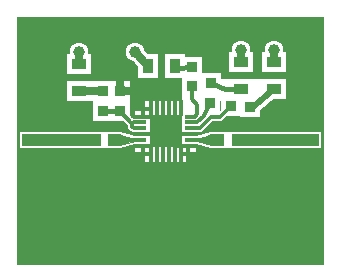
<source format=gbr>
%FSLAX34Y34*%
%MOMM*%
%LNCOPPER_TOP*%
G71*
G01*
%ADD10R,1.100X1.400*%
%ADD11R,1.400X1.100*%
%ADD12R,3.550X3.550*%
%ADD13C,1.100*%
%ADD14C,0.700*%
%ADD15C,1.375*%
%ADD16C,0.500*%
%ADD17R,1.300X1.300*%
%ADD18C,1.380*%
%ADD19R,1.700X1.700*%
%ADD20C,0.800*%
%ADD21R,2.000X1.700*%
%ADD22R,1.700X2.000*%
%ADD23C,1.000*%
%ADD24C,1.600*%
%ADD25C,1.300*%
%ADD26C,0.300*%
%ADD27R,0.300X0.600*%
%ADD28R,0.600X0.300*%
%ADD29R,2.750X2.750*%
%ADD30C,0.975*%
%ADD31C,0.100*%
%ADD32R,0.900X0.900*%
%ADD33C,0.980*%
%ADD34C,0.400*%
%ADD35R,1.200X0.900*%
%ADD36R,2.200X0.600*%
%ADD37R,0.900X1.200*%
%ADD38R,0.600X2.200*%
%ADD39C,1.000*%
%ADD40C,0.600*%
%ADD41C,2.500*%
%ADD42C,1.500*%
%LPD*%
G36*
X0Y1000000D02*
X260000Y1000000D01*
X260000Y790000D01*
X0Y790000D01*
X0Y1000000D01*
G37*
%LPC*%
X113212Y884232D02*
G54D10*
D03*
X113212Y922232D02*
G54D10*
D03*
X118212Y884232D02*
G54D10*
D03*
X118212Y922232D02*
G54D10*
D03*
X123212Y884232D02*
G54D10*
D03*
X123212Y922232D02*
G54D10*
D03*
X128212Y884232D02*
G54D10*
D03*
X128212Y922232D02*
G54D10*
D03*
X133212Y884232D02*
G54D10*
D03*
X133212Y922232D02*
G54D10*
D03*
X138212Y884232D02*
G54D10*
D03*
X138212Y922232D02*
G54D10*
D03*
X106712Y890732D02*
G54D11*
D03*
X144712Y890732D02*
G54D11*
D03*
X106712Y895732D02*
G54D11*
D03*
X144712Y895732D02*
G54D11*
D03*
X106712Y900732D02*
G54D11*
D03*
X144712Y900732D02*
G54D11*
D03*
X106712Y905732D02*
G54D11*
D03*
X144712Y905732D02*
G54D11*
D03*
X106712Y910732D02*
G54D11*
D03*
X144712Y910732D02*
G54D11*
D03*
X106712Y915732D02*
G54D11*
D03*
X144712Y915732D02*
G54D11*
D03*
X125712Y903232D02*
G54D12*
D03*
G54D13*
X106712Y900732D02*
X116712Y900732D01*
X117212Y900232D01*
G54D13*
X106712Y890732D02*
X113712Y890732D01*
X117212Y894232D01*
G54D13*
X113212Y884232D02*
X113212Y891232D01*
X115212Y893232D01*
G54D13*
X118212Y884232D02*
X118212Y892232D01*
G54D13*
X123212Y884232D02*
X123212Y892232D01*
G54D13*
X128212Y884232D02*
X128212Y891232D01*
G54D13*
X133212Y884232D02*
X133212Y892232D01*
G54D13*
X138212Y884232D02*
X138212Y890232D01*
X135212Y893232D01*
G54D13*
X144712Y890732D02*
X134712Y890732D01*
X133212Y892232D01*
G54D13*
X144712Y900732D02*
X133712Y900732D01*
X133212Y900232D01*
G54D13*
X106712Y915732D02*
X112712Y915732D01*
X115212Y913232D01*
G54D13*
X113212Y922232D02*
X113212Y915232D01*
X115212Y913232D01*
G54D13*
X118212Y922232D02*
X118212Y914232D01*
G54D13*
X123212Y922232D02*
X123212Y915232D01*
G54D13*
X128212Y922232D02*
X128212Y915232D01*
G54D13*
X133212Y922232D02*
X133212Y915232D01*
G54D13*
X138212Y922232D02*
X138212Y916982D01*
G54D14*
X106712Y905732D02*
X98962Y905732D01*
G54D14*
X106712Y910732D02*
X98962Y910732D01*
X97462Y909232D01*
X97462Y907232D01*
X98962Y905732D01*
G54D15*
X86212Y895732D02*
X81462Y895732D01*
G36*
X81462Y902608D02*
X81462Y888858D01*
X74588Y888858D01*
X74588Y902608D01*
X81462Y902608D01*
G37*
G54D14*
X106712Y895732D02*
X86212Y895732D01*
G36*
X99712Y894732D02*
X87212Y891482D01*
X87212Y899982D01*
X99712Y896732D01*
X99712Y894732D01*
G37*
G54D16*
X99712Y894732D02*
X87212Y891482D01*
X87212Y899982D01*
X99712Y896732D01*
X99712Y894732D01*
X64762Y895832D02*
G54D17*
D03*
X81462Y895732D02*
G54D17*
D03*
G54D15*
X65556Y895753D02*
X9196Y895743D01*
G36*
X65557Y888878D02*
X65555Y902628D01*
X72430Y902629D01*
X72432Y888879D01*
X65557Y888878D01*
G37*
G36*
X9194Y902618D02*
X9197Y888868D01*
X2322Y888867D01*
X2319Y902617D01*
X9194Y902618D01*
G37*
G54D15*
X165212Y895732D02*
X169963Y895732D01*
G36*
X169963Y888858D02*
X169963Y902608D01*
X176838Y902608D01*
X176838Y888858D01*
X169963Y888858D01*
G37*
G54D14*
X144712Y895732D02*
X165212Y895732D01*
G36*
X151713Y896732D02*
X164213Y899982D01*
X164213Y891482D01*
X151713Y894732D01*
X151713Y896732D01*
G37*
G54D16*
X151713Y896732D02*
X164213Y899982D01*
X164213Y891482D01*
X151713Y894732D01*
X151713Y896732D01*
X186662Y895633D02*
G54D17*
D03*
X169963Y895733D02*
G54D17*
D03*
G54D18*
X186662Y895712D02*
X250167Y895722D01*
G36*
X186661Y902612D02*
X186664Y888812D01*
X179764Y888811D01*
X179761Y902611D01*
X186661Y902612D01*
G37*
G36*
X250168Y888822D02*
X250166Y902622D01*
X257066Y902623D01*
X257068Y888823D01*
X250168Y888822D01*
G37*
X87312Y937419D02*
G54D19*
D03*
X87212Y920719D02*
G54D19*
D03*
X72231Y920750D02*
G54D19*
D03*
X72331Y937450D02*
G54D19*
D03*
G54D14*
X97462Y909232D02*
X87212Y920719D01*
G54D20*
X87212Y920719D02*
X72231Y920750D01*
X71358Y920671D01*
G54D20*
X87212Y920719D02*
X87212Y920719D01*
X147675Y941282D02*
G54D19*
D03*
X147775Y957982D02*
G54D19*
D03*
X163512Y926995D02*
G54D19*
D03*
X163612Y943695D02*
G54D19*
D03*
X197175Y924182D02*
G54D19*
D03*
X180475Y924282D02*
G54D19*
D03*
G54D14*
X144712Y915732D02*
X150212Y915732D01*
X152462Y917982D01*
X152462Y925482D01*
X147648Y930890D01*
X147675Y941282D01*
G54D14*
X144712Y910732D02*
X152462Y910732D01*
X157712Y915982D01*
X163512Y926995D01*
G54D14*
X144712Y905732D02*
X154712Y905732D01*
X164185Y915231D01*
X171949Y915234D01*
X180475Y924282D01*
X52246Y937614D02*
G54D21*
D03*
X52246Y960614D02*
G54D21*
D03*
X133840Y958710D02*
G54D22*
D03*
X110840Y958710D02*
G54D22*
D03*
X189292Y939227D02*
G54D21*
D03*
X189292Y962227D02*
G54D21*
D03*
X217217Y939227D02*
G54D21*
D03*
X217217Y962227D02*
G54D21*
D03*
G54D23*
X163612Y943695D02*
X176174Y939232D01*
X189292Y939227D01*
X52228Y969962D02*
G54D24*
D03*
X99218Y969962D02*
G54D24*
D03*
X189496Y971958D02*
G54D24*
D03*
X217277Y971958D02*
G54D24*
D03*
G54D25*
X72331Y937450D02*
X63500Y937419D01*
X52246Y937614D01*
G54D25*
X99219Y969962D02*
X110840Y958710D01*
G36*
X77516Y901107D02*
X69901Y901107D01*
X69901Y890356D01*
X77516Y890356D01*
X77516Y901107D01*
G37*
G54D26*
X77516Y901107D02*
X69901Y901107D01*
X69901Y890356D01*
X77516Y890356D01*
X77516Y901107D01*
G36*
X181498Y901107D02*
X173882Y901107D01*
X173882Y890356D01*
X181498Y890356D01*
X181498Y901107D01*
G37*
G54D26*
X181498Y901107D02*
X173882Y901107D01*
X173882Y890356D01*
X181498Y890356D01*
X181498Y901107D01*
G54D13*
X199556Y924182D02*
X217217Y939227D01*
G54D25*
X52246Y960614D02*
X52229Y969962D01*
G54D25*
X217277Y971958D02*
X217217Y962227D01*
G36*
X69064Y944449D02*
X59372Y944449D01*
X59372Y930617D01*
X69064Y930617D01*
X69064Y944449D01*
G37*
G54D26*
X69064Y944449D02*
X59372Y944449D01*
X59372Y930617D01*
X69064Y930617D01*
X69064Y944449D01*
G36*
X157712Y915982D02*
X140674Y915982D01*
X140674Y938043D01*
X157712Y938043D01*
X157712Y915982D01*
G37*
G54D26*
X157712Y915982D02*
X140674Y915982D01*
X140674Y938043D01*
X157712Y938043D01*
X157712Y915982D01*
G36*
X207169Y930275D02*
X157162Y930275D01*
X157162Y946150D01*
X207169Y946150D01*
X207169Y930275D01*
G37*
G54D26*
X207169Y930275D02*
X157162Y930275D01*
X157162Y946150D01*
X207169Y946150D01*
X207169Y930275D01*
%LPD*%
X113212Y884232D02*
G54D27*
D03*
X113212Y922232D02*
G54D27*
D03*
X118212Y884232D02*
G54D27*
D03*
X118212Y922232D02*
G54D27*
D03*
X123212Y884232D02*
G54D27*
D03*
X123212Y922232D02*
G54D27*
D03*
X128212Y884232D02*
G54D27*
D03*
X128212Y922232D02*
G54D27*
D03*
X133212Y884232D02*
G54D27*
D03*
X133212Y922232D02*
G54D27*
D03*
X138212Y884232D02*
G54D27*
D03*
X138212Y922232D02*
G54D27*
D03*
X106712Y890732D02*
G54D28*
D03*
X144712Y890732D02*
G54D28*
D03*
X106712Y895732D02*
G54D28*
D03*
X144712Y895732D02*
G54D28*
D03*
X106712Y900732D02*
G54D28*
D03*
X144712Y900732D02*
G54D28*
D03*
X106712Y905732D02*
G54D28*
D03*
X144712Y905732D02*
G54D28*
D03*
X106712Y910732D02*
G54D28*
D03*
X144712Y910732D02*
G54D28*
D03*
X106712Y915732D02*
G54D28*
D03*
X144712Y915732D02*
G54D28*
D03*
X125712Y903232D02*
G54D29*
D03*
G54D26*
X106712Y900732D02*
X116712Y900732D01*
X117212Y900232D01*
G54D26*
X106712Y890732D02*
X113712Y890732D01*
X117212Y894232D01*
G54D26*
X113212Y884232D02*
X113212Y891232D01*
X115212Y893232D01*
G54D26*
X118212Y884232D02*
X118212Y892232D01*
G54D26*
X123212Y884232D02*
X123212Y892232D01*
G54D26*
X128212Y884232D02*
X128212Y891232D01*
G54D26*
X133212Y884232D02*
X133212Y892232D01*
G54D26*
X138212Y884232D02*
X138212Y890232D01*
X135212Y893232D01*
G54D26*
X144712Y890732D02*
X134712Y890732D01*
X133212Y892232D01*
G54D26*
X144712Y900732D02*
X133712Y900732D01*
X133212Y900232D01*
G54D26*
X106712Y915732D02*
X112712Y915732D01*
X115212Y913232D01*
G54D26*
X113212Y922232D02*
X113212Y915232D01*
X115212Y913232D01*
G54D26*
X118212Y922232D02*
X118212Y914232D01*
G54D26*
X123212Y922232D02*
X123212Y915232D01*
G54D26*
X128212Y922232D02*
X128212Y915232D01*
G54D26*
X133212Y922232D02*
X133212Y915232D01*
G54D26*
X138212Y922232D02*
X138212Y916982D01*
G54D26*
X106712Y905732D02*
X98962Y905732D01*
G54D26*
X106712Y910732D02*
X98962Y910732D01*
X97462Y909232D01*
X97462Y907232D01*
X98962Y905732D01*
G54D30*
X86212Y895732D02*
X81462Y895732D01*
G36*
X81462Y900608D02*
X81462Y890858D01*
X76588Y890858D01*
X76588Y900608D01*
X81462Y900608D01*
G37*
G54D26*
X106712Y895732D02*
X86212Y895732D01*
G36*
X99712Y894732D02*
X87212Y891482D01*
X87212Y899982D01*
X99712Y896732D01*
X99712Y894732D01*
G37*
G54D31*
X99712Y894732D02*
X87212Y891482D01*
X87212Y899982D01*
X99712Y896732D01*
X99712Y894732D01*
G54D26*
X106712Y890732D02*
X102462Y890732D01*
G54D26*
X106712Y900732D02*
X102212Y900732D01*
X64762Y895832D02*
G54D32*
D03*
X81462Y895732D02*
G54D32*
D03*
G54D30*
X65556Y895753D02*
X9196Y895743D01*
G36*
X65557Y890878D02*
X65555Y900628D01*
X70430Y900629D01*
X70432Y890879D01*
X65557Y890878D01*
G37*
G36*
X9195Y900618D02*
X9196Y890868D01*
X4321Y890867D01*
X4320Y900617D01*
X9195Y900618D01*
G37*
G54D30*
X165212Y895732D02*
X169963Y895732D01*
G36*
X169963Y890858D02*
X169963Y900608D01*
X174838Y900608D01*
X174838Y890858D01*
X169963Y890858D01*
G37*
G54D26*
X144712Y895732D02*
X165212Y895732D01*
G36*
X151713Y896732D02*
X164213Y899982D01*
X164213Y891482D01*
X151713Y894732D01*
X151713Y896732D01*
G37*
G54D31*
X151713Y896732D02*
X164213Y899982D01*
X164213Y891482D01*
X151713Y894732D01*
X151713Y896732D01*
X186662Y895633D02*
G54D32*
D03*
X169963Y895733D02*
G54D32*
D03*
G54D33*
X186662Y895712D02*
X250167Y895722D01*
G36*
X186662Y900612D02*
X186663Y890812D01*
X181763Y890811D01*
X181762Y900611D01*
X186662Y900612D01*
G37*
G36*
X250168Y890822D02*
X250166Y900622D01*
X255066Y900623D01*
X255068Y890823D01*
X250168Y890822D01*
G37*
X87312Y937419D02*
G54D32*
D03*
X87212Y920719D02*
G54D32*
D03*
X72231Y920750D02*
G54D32*
D03*
X72331Y937450D02*
G54D32*
D03*
G54D26*
X97462Y909232D02*
X87212Y920719D01*
G54D34*
X87212Y920719D02*
X72231Y920750D01*
X71358Y920671D01*
G54D34*
X87212Y920719D02*
X87212Y920719D01*
X147675Y941282D02*
G54D32*
D03*
X147775Y957982D02*
G54D32*
D03*
X163512Y926995D02*
G54D32*
D03*
X163612Y943695D02*
G54D32*
D03*
X197175Y924182D02*
G54D32*
D03*
X180475Y924282D02*
G54D32*
D03*
G54D26*
X144712Y915732D02*
X150212Y915732D01*
X152462Y917982D01*
X152462Y925482D01*
X147648Y930890D01*
X147675Y941282D01*
G54D26*
X144712Y910732D02*
X152462Y910732D01*
X157712Y915982D01*
X163512Y926995D01*
G54D26*
X144712Y905732D02*
X154712Y905732D01*
X164185Y915231D01*
X171949Y915234D01*
X180475Y924282D01*
G54D26*
X144712Y900732D02*
X151462Y900732D01*
G54D26*
X144712Y890732D02*
X151212Y890732D01*
X154137Y889953D01*
G54D26*
X138212Y884232D02*
X138212Y874482D01*
G54D26*
X133212Y884232D02*
X133212Y874482D01*
G54D26*
X128212Y884232D02*
X128212Y874232D01*
G54D26*
X123212Y884232D02*
X123212Y874232D01*
X123462Y873982D01*
G54D26*
X118212Y884232D02*
X118212Y874982D01*
X118712Y874482D01*
G54D26*
X113212Y884232D02*
X113212Y873982D01*
X112962Y873732D01*
G54D26*
X106712Y890732D02*
X100212Y890732D01*
X95770Y889544D01*
G54D26*
X106712Y900732D02*
X99962Y900732D01*
G54D26*
X113212Y922232D02*
X113212Y931732D01*
G54D26*
X118212Y922232D02*
X118212Y931482D01*
G54D26*
X123212Y922232D02*
X123212Y931482D01*
G54D26*
X128212Y922232D02*
X128212Y930732D01*
G54D26*
X133212Y922232D02*
X133212Y930232D01*
X132712Y930732D01*
X52246Y937614D02*
G54D35*
D03*
X52246Y960614D02*
G54D35*
D03*
X52246Y949114D02*
G54D36*
D03*
X133840Y958710D02*
G54D37*
D03*
X110840Y958710D02*
G54D37*
D03*
X122340Y958710D02*
G54D38*
D03*
X189292Y939227D02*
G54D35*
D03*
X189292Y962227D02*
G54D35*
D03*
X189292Y950727D02*
G54D36*
D03*
X217217Y939227D02*
G54D35*
D03*
X217217Y962227D02*
G54D35*
D03*
X217217Y950727D02*
G54D36*
D03*
G54D34*
X147775Y957982D02*
X135400Y957189D01*
X133840Y958710D01*
G54D34*
X163612Y943695D02*
X176174Y939232D01*
X189292Y939227D01*
X52228Y969962D02*
G54D39*
D03*
X99218Y969962D02*
G54D39*
D03*
X116919Y912495D02*
G54D40*
D03*
X122919Y912495D02*
G54D40*
D03*
X128919Y912495D02*
G54D40*
D03*
X134919Y912495D02*
G54D40*
D03*
X116919Y906495D02*
G54D40*
D03*
X122919Y906495D02*
G54D40*
D03*
X128919Y906495D02*
G54D40*
D03*
X134919Y906495D02*
G54D40*
D03*
X116919Y900495D02*
G54D40*
D03*
X122919Y900495D02*
G54D40*
D03*
X128919Y900495D02*
G54D40*
D03*
X134919Y900495D02*
G54D40*
D03*
X116919Y894495D02*
G54D40*
D03*
X122919Y894495D02*
G54D40*
D03*
X128919Y894495D02*
G54D40*
D03*
X134919Y894495D02*
G54D40*
D03*
X189496Y971958D02*
G54D39*
D03*
X217277Y971958D02*
G54D39*
D03*
G54D14*
X72331Y937450D02*
X63500Y937419D01*
X52246Y937614D01*
G54D14*
X99219Y969962D02*
X110840Y958710D01*
G54D14*
X189496Y971958D02*
X189292Y962227D01*
G54D26*
X106712Y915732D02*
X98680Y915732D01*
X97631Y916781D01*
G54D16*
X199556Y924182D02*
X217217Y939227D01*
G54D14*
X52246Y960614D02*
X52229Y969962D01*
G54D14*
X217277Y971958D02*
X217217Y962227D01*
G54D14*
X87312Y937419D02*
X100806Y937419D01*
G54D14*
X87312Y937419D02*
X87312Y950912D01*
G54D26*
X106712Y915732D02*
X106712Y930719D01*
X106362Y931069D01*
G54D26*
X113212Y922232D02*
X97736Y922232D01*
X97631Y922338D01*
G54D26*
X144712Y890732D02*
X144712Y875756D01*
X144462Y875506D01*
G54D26*
X138212Y884232D02*
X153194Y884238D01*
G54D26*
X113212Y884232D02*
X98425Y884238D01*
G54D26*
X106712Y890732D02*
X106712Y875856D01*
X106362Y875506D01*
G54D26*
X138212Y922232D02*
X138212Y928588D01*
X136525Y931069D01*
X8732Y885031D02*
G54D40*
D03*
X16669Y885031D02*
G54D40*
D03*
X24607Y885031D02*
G54D40*
D03*
X32544Y885031D02*
G54D40*
D03*
X40482Y885031D02*
G54D40*
D03*
X48419Y885031D02*
G54D40*
D03*
X56357Y885031D02*
G54D40*
D03*
X64294Y885031D02*
G54D40*
D03*
X72232Y885031D02*
G54D40*
D03*
X80169Y885031D02*
G54D40*
D03*
X88107Y885031D02*
G54D40*
D03*
X95250Y886618D02*
G54D40*
D03*
X89297Y905986D02*
G54D40*
D03*
X80169Y906462D02*
G54D40*
D03*
X72232Y906462D02*
G54D40*
D03*
X64294Y906462D02*
G54D40*
D03*
X56357Y906462D02*
G54D40*
D03*
X48419Y906462D02*
G54D40*
D03*
X40482Y906462D02*
G54D40*
D03*
X32544Y906462D02*
G54D40*
D03*
X24607Y906462D02*
G54D40*
D03*
X16669Y906462D02*
G54D40*
D03*
X8732Y906462D02*
G54D40*
D03*
X242888Y885031D02*
G54D40*
D03*
X234951Y885031D02*
G54D40*
D03*
X227013Y885031D02*
G54D40*
D03*
X219076Y885031D02*
G54D40*
D03*
X211138Y885031D02*
G54D40*
D03*
X203201Y885031D02*
G54D40*
D03*
X195263Y885031D02*
G54D40*
D03*
X187326Y885031D02*
G54D40*
D03*
X179388Y885031D02*
G54D40*
D03*
X171451Y885031D02*
G54D40*
D03*
X163513Y885031D02*
G54D40*
D03*
X156370Y886618D02*
G54D40*
D03*
X250508Y885031D02*
G54D40*
D03*
X242888Y906462D02*
G54D40*
D03*
X234951Y906462D02*
G54D40*
D03*
X227013Y906462D02*
G54D40*
D03*
X219076Y906462D02*
G54D40*
D03*
X211138Y906462D02*
G54D40*
D03*
X203201Y906462D02*
G54D40*
D03*
X195263Y906462D02*
G54D40*
D03*
X187326Y906462D02*
G54D40*
D03*
X179388Y906462D02*
G54D40*
D03*
X171451Y906462D02*
G54D40*
D03*
X164466Y905827D02*
G54D40*
D03*
X250508Y906462D02*
G54D40*
D03*
X12700Y877887D02*
G54D40*
D03*
X20638Y877887D02*
G54D40*
D03*
X28576Y877887D02*
G54D40*
D03*
X36513Y877887D02*
G54D40*
D03*
X44450Y877887D02*
G54D40*
D03*
X52388Y877887D02*
G54D40*
D03*
X60326Y877887D02*
G54D40*
D03*
X68263Y877887D02*
G54D40*
D03*
X76200Y877887D02*
G54D40*
D03*
X84138Y877887D02*
G54D40*
D03*
X92076Y877887D02*
G54D40*
D03*
X167482Y877887D02*
G54D40*
D03*
X175419Y877887D02*
G54D40*
D03*
X183357Y877887D02*
G54D40*
D03*
X191294Y877887D02*
G54D40*
D03*
X199232Y877887D02*
G54D40*
D03*
X207169Y877887D02*
G54D40*
D03*
X215107Y877887D02*
G54D40*
D03*
X223044Y877887D02*
G54D40*
D03*
X230982Y877887D02*
G54D40*
D03*
X238919Y877887D02*
G54D40*
D03*
X246857Y877887D02*
G54D40*
D03*
X183357Y912495D02*
G54D40*
D03*
X191294Y912495D02*
G54D40*
D03*
X199232Y912495D02*
G54D40*
D03*
X207169Y912495D02*
G54D40*
D03*
X215107Y913606D02*
G54D40*
D03*
X223044Y913606D02*
G54D40*
D03*
X230982Y913606D02*
G54D40*
D03*
X238919Y913606D02*
G54D40*
D03*
X246857Y913606D02*
G54D40*
D03*
X60326Y913606D02*
G54D40*
D03*
X52388Y913606D02*
G54D40*
D03*
X44450Y913606D02*
G54D40*
D03*
X36513Y913606D02*
G54D40*
D03*
X28576Y913606D02*
G54D40*
D03*
X20638Y913606D02*
G54D40*
D03*
X12700Y913606D02*
G54D40*
D03*
X100807Y875506D02*
G54D40*
D03*
X108744Y870744D02*
G54D40*
D03*
X118269Y869950D02*
G54D40*
D03*
X127794Y869950D02*
G54D40*
D03*
X137319Y869156D02*
G54D40*
D03*
X146050Y870744D02*
G54D40*
D03*
X152400Y877094D02*
G54D40*
D03*
X135732Y933450D02*
G54D40*
D03*
X127794Y933450D02*
G54D40*
D03*
X120650Y933450D02*
G54D40*
D03*
X112713Y933450D02*
G54D40*
D03*
X105807Y931386D02*
G54D40*
D03*
X100886Y925195D02*
G54D40*
D03*
X66676Y949325D02*
G54D40*
D03*
X37307Y949325D02*
G54D40*
D03*
X175198Y951024D02*
G54D40*
D03*
X203212Y950789D02*
G54D40*
D03*
X231617Y950912D02*
G54D40*
D03*
G54D41*
X17209Y983526D02*
X17267Y915091D01*
G36*
X29709Y983537D02*
X4709Y983516D01*
X4698Y996016D01*
X29698Y996037D01*
X29709Y983537D01*
G37*
G36*
X4767Y915080D02*
X29767Y915102D01*
X29777Y902602D01*
X4777Y902580D01*
X4767Y915080D01*
G37*
G54D41*
X242649Y983536D02*
X242644Y915118D01*
G36*
X255149Y983535D02*
X230149Y983537D01*
X230150Y996037D01*
X255150Y996035D01*
X255149Y983535D01*
G37*
G36*
X230144Y915118D02*
X255144Y915116D01*
X255143Y902616D01*
X230143Y902618D01*
X230144Y915118D01*
G37*
G54D41*
X242375Y876313D02*
X242381Y808422D01*
G36*
X254875Y876314D02*
X229875Y876312D01*
X229874Y888812D01*
X254874Y888814D01*
X254875Y876314D01*
G37*
G36*
X229881Y808420D02*
X254881Y808423D01*
X254882Y795923D01*
X229882Y795920D01*
X229881Y808420D01*
G37*
G54D41*
X17304Y876379D02*
X17299Y807961D01*
G36*
X29804Y876378D02*
X4804Y876380D01*
X4805Y888880D01*
X29805Y888878D01*
X29804Y876378D01*
G37*
G36*
X4799Y807962D02*
X29799Y807960D01*
X29798Y795460D01*
X4798Y795462D01*
X4799Y807962D01*
G37*
G54D42*
X19050Y803275D02*
X239712Y803275D01*
G54D42*
X17224Y988536D02*
X237887Y988536D01*
X15876Y868759D02*
G54D40*
D03*
X15876Y856059D02*
G54D40*
D03*
X15876Y842565D02*
G54D40*
D03*
X15876Y830659D02*
G54D40*
D03*
X15876Y817165D02*
G54D40*
D03*
X15876Y804068D02*
G54D40*
D03*
X35719Y803275D02*
G54D40*
D03*
X56356Y803274D02*
G54D40*
D03*
X79376Y803275D02*
G54D40*
D03*
X103188Y803275D02*
G54D40*
D03*
X126207Y803275D02*
G54D40*
D03*
X150813Y803275D02*
G54D40*
D03*
X174626Y803275D02*
G54D40*
D03*
X196533Y803275D02*
G54D40*
D03*
X219076Y803275D02*
G54D40*
D03*
X15876Y987822D02*
G54D40*
D03*
X15876Y975122D02*
G54D40*
D03*
X15876Y961628D02*
G54D40*
D03*
X15876Y949722D02*
G54D40*
D03*
X15876Y936228D02*
G54D40*
D03*
X15876Y923131D02*
G54D40*
D03*
X242888Y868759D02*
G54D40*
D03*
X242888Y856059D02*
G54D40*
D03*
X242888Y842565D02*
G54D40*
D03*
X242888Y830659D02*
G54D40*
D03*
X242888Y817165D02*
G54D40*
D03*
X242889Y804068D02*
G54D40*
D03*
X242888Y987822D02*
G54D40*
D03*
X242888Y975122D02*
G54D40*
D03*
X242888Y961628D02*
G54D40*
D03*
X242888Y949722D02*
G54D40*
D03*
X242888Y936228D02*
G54D40*
D03*
X242889Y923131D02*
G54D40*
D03*
X35719Y989012D02*
G54D40*
D03*
X56356Y989012D02*
G54D40*
D03*
X79376Y989012D02*
G54D40*
D03*
X103188Y989012D02*
G54D40*
D03*
X126207Y989012D02*
G54D40*
D03*
X150813Y989012D02*
G54D40*
D03*
X174626Y989012D02*
G54D40*
D03*
X196533Y989012D02*
G54D40*
D03*
X219076Y989012D02*
G54D40*
D03*
X44450Y861218D02*
G54D40*
D03*
X48419Y829468D02*
G54D40*
D03*
X73819Y858044D02*
G54D40*
D03*
X79376Y828675D02*
G54D40*
D03*
X103188Y847725D02*
G54D40*
D03*
X135732Y856456D02*
G54D40*
D03*
X119063Y826294D02*
G54D40*
D03*
X146844Y836612D02*
G54D40*
D03*
X176213Y823912D02*
G54D40*
D03*
X169069Y856456D02*
G54D40*
D03*
X204788Y857250D02*
G54D40*
D03*
X215107Y823912D02*
G54D40*
D03*
X192882Y839787D02*
G54D40*
D03*
X124180Y940122D02*
G54D40*
D03*
X132085Y940121D02*
G54D40*
D03*
X113507Y942975D02*
G54D40*
D03*
X100806Y937419D02*
G54D40*
D03*
X87312Y950912D02*
G54D40*
D03*
X81757Y958850D02*
G54D40*
D03*
X69057Y958850D02*
G54D40*
D03*
X70029Y979731D02*
G54D40*
D03*
X115888Y979725D02*
G54D40*
D03*
X132029Y976462D02*
G54D40*
D03*
X220663Y923925D02*
G54D40*
D03*
X55563Y923131D02*
G54D40*
D03*
X36513Y923131D02*
G54D40*
D03*
M02*

</source>
